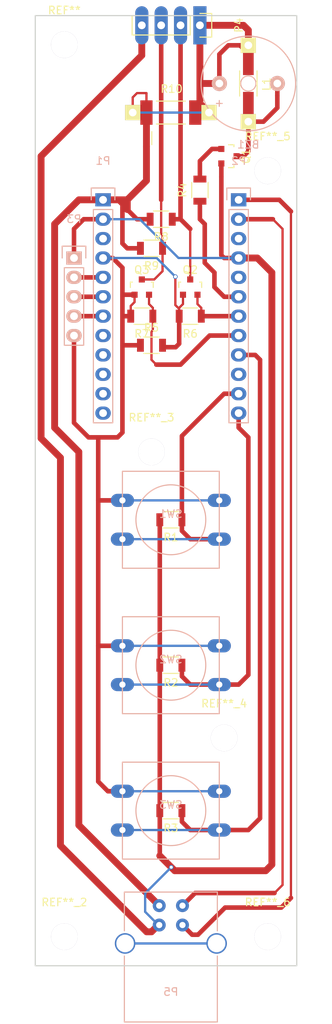
<source format=kicad_pcb>
(kicad_pcb (version 20171130) (host pcbnew "(5.1.12)-1")

  (general
    (thickness 1.6)
    (drawings 5)
    (tracks 218)
    (zones 0)
    (modules 29)
    (nets 20)
  )

  (page A4)
  (title_block
    (date 2016-12-13)
    (company "Moonbeam Interactive")
    (comment 1 "Edith Li")
    (comment 2 "Matthew Swarts")
  )

  (layers
    (0 F.Cu signal)
    (31 B.Cu signal)
    (32 B.Adhes user)
    (33 F.Adhes user hide)
    (34 B.Paste user)
    (35 F.Paste user)
    (36 B.SilkS user)
    (37 F.SilkS user)
    (38 B.Mask user)
    (39 F.Mask user)
    (40 Dwgs.User user)
    (41 Cmts.User user)
    (42 Eco1.User user)
    (43 Eco2.User user)
    (44 Edge.Cuts user)
    (45 Margin user)
    (46 B.CrtYd user)
    (47 F.CrtYd user)
    (48 B.Fab user)
    (49 F.Fab user)
  )

  (setup
    (last_trace_width 0.3)
    (user_trace_width 0.6)
    (user_trace_width 0.9)
    (trace_clearance 0.8)
    (zone_clearance 0.508)
    (zone_45_only no)
    (trace_min 0.2)
    (via_size 0.6)
    (via_drill 0.4)
    (via_min_size 0.4)
    (via_min_drill 0.3)
    (uvia_size 0.3)
    (uvia_drill 0.1)
    (uvias_allowed no)
    (uvia_min_size 0.2)
    (uvia_min_drill 0.1)
    (edge_width 0.15)
    (segment_width 0.2)
    (pcb_text_width 0.3)
    (pcb_text_size 1.5 1.5)
    (mod_edge_width 0.15)
    (mod_text_size 1 1)
    (mod_text_width 0.15)
    (pad_size 1.75 1.75)
    (pad_drill 0.8128)
    (pad_to_mask_clearance 0.2)
    (aux_axis_origin 0 0)
    (visible_elements 7FFFFFFF)
    (pcbplotparams
      (layerselection 0x01000_00000001)
      (usegerberextensions false)
      (usegerberattributes true)
      (usegerberadvancedattributes true)
      (creategerberjobfile true)
      (excludeedgelayer true)
      (linewidth 0.100000)
      (plotframeref false)
      (viasonmask false)
      (mode 1)
      (useauxorigin false)
      (hpglpennumber 1)
      (hpglpenspeed 20)
      (hpglpendiameter 15.000000)
      (psnegative false)
      (psa4output false)
      (plotreference true)
      (plotvalue true)
      (plotinvisibletext false)
      (padsonsilk false)
      (subtractmaskfromsilk false)
      (outputformat 1)
      (mirror false)
      (drillshape 0)
      (scaleselection 1)
      (outputdirectory "gerbers/"))
  )

  (net 0 "")
  (net 1 GND)
  (net 2 A2)
  (net 3 A1)
  (net 4 A3)
  (net 5 "Net-(P5-Pad5)")
  (net 6 V50)
  (net 7 "Net-(BZ1-Pad2)")
  (net 8 V33)
  (net 9 "TX(Weapon)")
  (net 10 "RX(Weapon)")
  (net 11 D3)
  (net 12 D4)
  (net 13 D5)
  (net 14 D6)
  (net 15 CLOCK_IN)
  (net 16 DATA_IN)
  (net 17 "Net-(Q1-Pad1)")
  (net 18 D8)
  (net 19 D9)

  (net_class Default "This is the default net class."
    (clearance 0.8)
    (trace_width 0.3)
    (via_dia 0.6)
    (via_drill 0.4)
    (uvia_dia 0.3)
    (uvia_drill 0.1)
    (add_net A1)
    (add_net A2)
    (add_net A3)
    (add_net CLOCK_IN)
    (add_net D3)
    (add_net D4)
    (add_net D5)
    (add_net D6)
    (add_net D8)
    (add_net D9)
    (add_net DATA_IN)
    (add_net GND)
    (add_net "Net-(BZ1-Pad2)")
    (add_net "Net-(P5-Pad5)")
    (add_net "Net-(Q1-Pad1)")
    (add_net "RX(Weapon)")
    (add_net "TX(Weapon)")
    (add_net V33)
    (add_net V50)
  )

  (module Mounting_Holes:MountingHole_3-5mm (layer F.Cu) (tedit 0) (tstamp 5855827C)
    (at 123.19 156.21)
    (descr "Mounting hole, Befestigungsbohrung, 3,5mm, No Annular, Kein Restring,")
    (tags "Mounting hole, Befestigungsbohrung, 3,5mm, No Annular, Kein Restring,")
    (fp_text reference REF**_6 (at 0 -4.50088) (layer F.SilkS)
      (effects (font (size 1 1) (thickness 0.15)))
    )
    (fp_text value MountingHole_3-5mm (at 0 5.00126) (layer F.Fab)
      (effects (font (size 1 1) (thickness 0.15)))
    )
    (fp_circle (center 0 0) (end 3.5 0) (layer Cmts.User) (width 0.381))
    (pad 1 thru_hole circle (at 0 0) (size 3.5 3.5) (drill 3.5) (layers *.Cu *.Mask))
  )

  (module Mounting_Holes:MountingHole_3-5mm (layer F.Cu) (tedit 0) (tstamp 58558275)
    (at 123.19 55.88)
    (descr "Mounting hole, Befestigungsbohrung, 3,5mm, No Annular, Kein Restring,")
    (tags "Mounting hole, Befestigungsbohrung, 3,5mm, No Annular, Kein Restring,")
    (fp_text reference REF**_5 (at 0 -4.50088) (layer F.SilkS)
      (effects (font (size 1 1) (thickness 0.15)))
    )
    (fp_text value MountingHole_3-5mm (at 0 5.00126) (layer F.Fab)
      (effects (font (size 1 1) (thickness 0.15)))
    )
    (fp_circle (center 0 0) (end 3.5 0) (layer Cmts.User) (width 0.381))
    (pad 1 thru_hole circle (at 0 0) (size 3.5 3.5) (drill 3.5) (layers *.Cu *.Mask))
  )

  (module Mounting_Holes:MountingHole_3-5mm (layer F.Cu) (tedit 0) (tstamp 5855825B)
    (at 117.475 130.175)
    (descr "Mounting hole, Befestigungsbohrung, 3,5mm, No Annular, Kein Restring,")
    (tags "Mounting hole, Befestigungsbohrung, 3,5mm, No Annular, Kein Restring,")
    (fp_text reference REF**_4 (at 0 -4.50088) (layer F.SilkS)
      (effects (font (size 1 1) (thickness 0.15)))
    )
    (fp_text value MountingHole_3-5mm (at 0 5.00126) (layer F.Fab)
      (effects (font (size 1 1) (thickness 0.15)))
    )
    (fp_circle (center 0 0) (end 3.5 0) (layer Cmts.User) (width 0.381))
    (pad 1 thru_hole circle (at 0 0) (size 3.5 3.5) (drill 3.5) (layers *.Cu *.Mask))
  )

  (module Mounting_Holes:MountingHole_3-5mm (layer F.Cu) (tedit 0) (tstamp 58558255)
    (at 107.95 92.71)
    (descr "Mounting hole, Befestigungsbohrung, 3,5mm, No Annular, Kein Restring,")
    (tags "Mounting hole, Befestigungsbohrung, 3,5mm, No Annular, Kein Restring,")
    (fp_text reference REF**_3 (at 0 -4.50088) (layer F.SilkS)
      (effects (font (size 1 1) (thickness 0.15)))
    )
    (fp_text value MountingHole_3-5mm (at 0 5.00126) (layer F.Fab)
      (effects (font (size 1 1) (thickness 0.15)))
    )
    (fp_circle (center 0 0) (end 3.5 0) (layer Cmts.User) (width 0.381))
    (pad 1 thru_hole circle (at 0 0) (size 3.5 3.5) (drill 3.5) (layers *.Cu *.Mask))
  )

  (module Mounting_Holes:MountingHole_3-5mm (layer F.Cu) (tedit 0) (tstamp 5855824E)
    (at 96.52 156.21)
    (descr "Mounting hole, Befestigungsbohrung, 3,5mm, No Annular, Kein Restring,")
    (tags "Mounting hole, Befestigungsbohrung, 3,5mm, No Annular, Kein Restring,")
    (fp_text reference REF**_2 (at 0 -4.50088) (layer F.SilkS)
      (effects (font (size 1 1) (thickness 0.15)))
    )
    (fp_text value MountingHole_3-5mm (at 0 5.00126) (layer F.Fab)
      (effects (font (size 1 1) (thickness 0.15)))
    )
    (fp_circle (center 0 0) (end 3.5 0) (layer Cmts.User) (width 0.381))
    (pad 1 thru_hole circle (at 0 0) (size 3.5 3.5) (drill 3.5) (layers *.Cu *.Mask))
  )

  (module Buttons_Switches_ThroughHole:SW_PUSH-12mm (layer B.Cu) (tedit 53FD9538) (tstamp 584646D3)
    (at 110.49 101.6 180)
    (path /58406ACB)
    (fp_text reference SW1 (at 0 0.762 180) (layer B.SilkS)
      (effects (font (size 1 1) (thickness 0.15)) (justify mirror))
    )
    (fp_text value SW_PUSH_R (at 0 -1.016 180) (layer B.Fab)
      (effects (font (size 1 1) (thickness 0.15)) (justify mirror))
    )
    (fp_line (start -6.35 -6.35) (end -6.35 6.35) (layer B.SilkS) (width 0.15))
    (fp_line (start 6.35 -6.35) (end -6.35 -6.35) (layer B.SilkS) (width 0.15))
    (fp_line (start 6.35 6.35) (end 6.35 -6.35) (layer B.SilkS) (width 0.15))
    (fp_line (start -6.35 6.35) (end 6.35 6.35) (layer B.SilkS) (width 0.15))
    (fp_circle (center 0 0) (end 3.81 -2.54) (layer B.SilkS) (width 0.15))
    (pad 1 thru_hole oval (at 6.35 2.54 180) (size 3.048 1.7272) (drill 0.8128) (layers *.Cu *.Mask)
      (net 8 V33))
    (pad 2 thru_hole oval (at 6.35 -2.54 180) (size 3.048 1.7272) (drill 0.8128) (layers *.Cu *.Mask)
      (net 18 D8))
    (pad 1 thru_hole oval (at -6.35 2.54 180) (size 3.048 1.7272) (drill 0.8128) (layers *.Cu *.Mask)
      (net 8 V33))
    (pad 2 thru_hole oval (at -6.35 -2.54 180) (size 3.048 1.7272) (drill 0.8128) (layers *.Cu *.Mask)
      (net 18 D8))
    (model Buttons_Switches_ThroughHole.3dshapes/SW_PUSH-12mm.wrl
      (at (xyz 0 0 0))
      (scale (xyz 4 4 4))
      (rotate (xyz 0 0 0))
    )
  )

  (module Connect:USB_B (layer B.Cu) (tedit 584FD931) (tstamp 5849AD49)
    (at 109.22 152.4 270)
    (descr "USB B connector")
    (tags "USB_B USB_DEV")
    (path /5849FBDE)
    (fp_text reference P5 (at 11.049 -1.27 180) (layer B.SilkS)
      (effects (font (size 1 1) (thickness 0.15)) (justify mirror))
    )
    (fp_text value USB_B (at 4.699 -1.27 180) (layer B.Fab)
      (effects (font (size 1 1) (thickness 0.15)) (justify mirror))
    )
    (fp_line (start -2.032 -7.366) (end -2.032 4.826) (layer B.SilkS) (width 0.15))
    (fp_line (start 14.986 4.826) (end 14.986 -7.366) (layer B.SilkS) (width 0.15))
    (fp_line (start -2.032 4.826) (end 3.048 4.826) (layer B.SilkS) (width 0.15))
    (fp_line (start 6.35 4.826) (end 14.986 4.826) (layer B.SilkS) (width 0.15))
    (fp_line (start -2.032 -7.366) (end 3.048 -7.366) (layer B.SilkS) (width 0.15))
    (fp_line (start 6.35 -7.366) (end 14.986 -7.366) (layer B.SilkS) (width 0.15))
    (fp_line (start 15.25 6.35) (end 15.25 -8.9) (layer B.CrtYd) (width 0.05))
    (fp_line (start -2.3 6.35) (end 15.25 6.35) (layer B.CrtYd) (width 0.05))
    (fp_line (start -2.3 -8.9) (end -2.3 6.35) (layer B.CrtYd) (width 0.05))
    (fp_line (start 15.25 -8.9) (end -2.3 -8.9) (layer B.CrtYd) (width 0.05))
    (pad 2 thru_hole circle (at -0.254 -2.794) (size 1.7 1.7) (drill 0.8128) (layers *.Cu *.Mask)
      (net 10 "RX(Weapon)"))
    (pad 1 thru_hole circle (at -0.254 0.254) (size 1.7 1.7) (drill 0.8128) (layers *.Cu *.Mask)
      (net 6 V50))
    (pad 4 thru_hole circle (at 2.286 0.254) (size 1.7 1.7) (drill 0.8128) (layers *.Cu *.Mask)
      (net 1 GND))
    (pad 3 thru_hole circle (at 2.286 -2.794) (size 1.7 1.7) (drill 0.8128) (layers *.Cu *.Mask)
      (net 9 "TX(Weapon)"))
    (pad 5 thru_hole circle (at 4.699 -7.26948) (size 2.70002 2.70002) (drill 2.30124) (layers *.Cu *.Mask)
      (net 5 "Net-(P5-Pad5)"))
    (pad 5 thru_hole circle (at 4.699 4.72948) (size 2.70002 2.70002) (drill 2.30124) (layers *.Cu *.Mask)
      (net 5 "Net-(P5-Pad5)"))
    (model Connect.3dshapes/USB_B.wrl
      (offset (xyz 4.6989999294281 -1.269999980926514 0.02539999961853028))
      (scale (xyz 0.3937 0.3937 0.3937))
      (rotate (xyz 0 0 -90))
    )
  )

  (module Pin_Headers:Pin_Header_Straight_1x12 (layer B.Cu) (tedit 0) (tstamp 58464675)
    (at 101.6 59.69 180)
    (descr "Through hole pin header")
    (tags "pin header")
    (path /5834738F)
    (fp_text reference P1 (at 0 5.1 180) (layer B.SilkS)
      (effects (font (size 1 1) (thickness 0.15)) (justify mirror))
    )
    (fp_text value CONN_01X12 (at 0 3.1 180) (layer B.Fab)
      (effects (font (size 1 1) (thickness 0.15)) (justify mirror))
    )
    (fp_line (start -1.55 1.55) (end 1.55 1.55) (layer B.SilkS) (width 0.15))
    (fp_line (start -1.55 0) (end -1.55 1.55) (layer B.SilkS) (width 0.15))
    (fp_line (start 1.27 -1.27) (end -1.27 -1.27) (layer B.SilkS) (width 0.15))
    (fp_line (start 1.55 1.55) (end 1.55 0) (layer B.SilkS) (width 0.15))
    (fp_line (start -1.27 -29.21) (end -1.27 -1.27) (layer B.SilkS) (width 0.15))
    (fp_line (start 1.27 -29.21) (end -1.27 -29.21) (layer B.SilkS) (width 0.15))
    (fp_line (start 1.27 -1.27) (end 1.27 -29.21) (layer B.SilkS) (width 0.15))
    (fp_line (start -1.75 -29.7) (end 1.75 -29.7) (layer B.CrtYd) (width 0.05))
    (fp_line (start -1.75 1.75) (end 1.75 1.75) (layer B.CrtYd) (width 0.05))
    (fp_line (start 1.75 1.75) (end 1.75 -29.7) (layer B.CrtYd) (width 0.05))
    (fp_line (start -1.75 1.75) (end -1.75 -29.7) (layer B.CrtYd) (width 0.05))
    (pad 1 thru_hole rect (at 0 0 180) (size 2.032 1.7272) (drill 1.016) (layers *.Cu *.Mask)
      (net 6 V50))
    (pad 2 thru_hole oval (at 0 -2.54 180) (size 2.032 1.7272) (drill 1.016) (layers *.Cu *.Mask)
      (net 1 GND))
    (pad 3 thru_hole oval (at 0 -5.08 180) (size 2.032 1.7272) (drill 1.016) (layers *.Cu *.Mask))
    (pad 4 thru_hole oval (at 0 -7.62 180) (size 2.032 1.7272) (drill 1.016) (layers *.Cu *.Mask)
      (net 8 V33))
    (pad 5 thru_hole oval (at 0 -10.16 180) (size 2.032 1.7272) (drill 1.016) (layers *.Cu *.Mask)
      (net 4 A3))
    (pad 6 thru_hole oval (at 0 -12.7 180) (size 2.032 1.7272) (drill 1.016) (layers *.Cu *.Mask)
      (net 2 A2))
    (pad 7 thru_hole oval (at 0 -15.24 180) (size 2.032 1.7272) (drill 1.016) (layers *.Cu *.Mask)
      (net 3 A1))
    (pad 8 thru_hole oval (at 0 -17.78 180) (size 2.032 1.7272) (drill 1.016) (layers *.Cu *.Mask))
    (pad 9 thru_hole oval (at 0 -20.32 180) (size 2.032 1.7272) (drill 1.016) (layers *.Cu *.Mask))
    (pad 10 thru_hole oval (at 0 -22.86 180) (size 2.032 1.7272) (drill 1.016) (layers *.Cu *.Mask))
    (pad 11 thru_hole oval (at 0 -25.4 180) (size 2.032 1.7272) (drill 1.016) (layers *.Cu *.Mask))
    (pad 12 thru_hole oval (at 0 -27.94 180) (size 2.032 1.7272) (drill 1.016) (layers *.Cu *.Mask))
    (model Pin_Headers.3dshapes/Pin_Header_Straight_1x12.wrl
      (offset (xyz 0 -13.96999979019165 0))
      (scale (xyz 1 1 1))
      (rotate (xyz 0 0 90))
    )
  )

  (module Pin_Headers:Pin_Header_Straight_1x12 (layer B.Cu) (tedit 0) (tstamp 58464685)
    (at 119.38 59.69 180)
    (descr "Through hole pin header")
    (tags "pin header")
    (path /58347303)
    (fp_text reference P2 (at 0 5.1 180) (layer B.SilkS)
      (effects (font (size 1 1) (thickness 0.15)) (justify mirror))
    )
    (fp_text value CONN_01X12 (at 0 3.1 180) (layer B.Fab)
      (effects (font (size 1 1) (thickness 0.15)) (justify mirror))
    )
    (fp_line (start -1.55 1.55) (end 1.55 1.55) (layer B.SilkS) (width 0.15))
    (fp_line (start -1.55 0) (end -1.55 1.55) (layer B.SilkS) (width 0.15))
    (fp_line (start 1.27 -1.27) (end -1.27 -1.27) (layer B.SilkS) (width 0.15))
    (fp_line (start 1.55 1.55) (end 1.55 0) (layer B.SilkS) (width 0.15))
    (fp_line (start -1.27 -29.21) (end -1.27 -1.27) (layer B.SilkS) (width 0.15))
    (fp_line (start 1.27 -29.21) (end -1.27 -29.21) (layer B.SilkS) (width 0.15))
    (fp_line (start 1.27 -1.27) (end 1.27 -29.21) (layer B.SilkS) (width 0.15))
    (fp_line (start -1.75 -29.7) (end 1.75 -29.7) (layer B.CrtYd) (width 0.05))
    (fp_line (start -1.75 1.75) (end 1.75 1.75) (layer B.CrtYd) (width 0.05))
    (fp_line (start 1.75 1.75) (end 1.75 -29.7) (layer B.CrtYd) (width 0.05))
    (fp_line (start -1.75 1.75) (end -1.75 -29.7) (layer B.CrtYd) (width 0.05))
    (pad 1 thru_hole rect (at 0 0 180) (size 2.032 1.7272) (drill 1.016) (layers *.Cu *.Mask)
      (net 9 "TX(Weapon)"))
    (pad 2 thru_hole oval (at 0 -2.54 180) (size 2.032 1.7272) (drill 1.016) (layers *.Cu *.Mask)
      (net 10 "RX(Weapon)"))
    (pad 3 thru_hole oval (at 0 -5.08 180) (size 2.032 1.7272) (drill 1.016) (layers *.Cu *.Mask))
    (pad 4 thru_hole oval (at 0 -7.62 180) (size 2.032 1.7272) (drill 1.016) (layers *.Cu *.Mask)
      (net 1 GND))
    (pad 5 thru_hole oval (at 0 -10.16 180) (size 2.032 1.7272) (drill 1.016) (layers *.Cu *.Mask))
    (pad 6 thru_hole oval (at 0 -12.7 180) (size 2.032 1.7272) (drill 1.016) (layers *.Cu *.Mask)
      (net 11 D3))
    (pad 7 thru_hole oval (at 0 -15.24 180) (size 2.032 1.7272) (drill 1.016) (layers *.Cu *.Mask)
      (net 12 D4))
    (pad 8 thru_hole oval (at 0 -17.78 180) (size 2.032 1.7272) (drill 1.016) (layers *.Cu *.Mask)
      (net 13 D5))
    (pad 9 thru_hole oval (at 0 -20.32 180) (size 2.032 1.7272) (drill 1.016) (layers *.Cu *.Mask)
      (net 14 D6))
    (pad 10 thru_hole oval (at 0 -22.86 180) (size 2.032 1.7272) (drill 1.016) (layers *.Cu *.Mask))
    (pad 11 thru_hole oval (at 0 -25.4 180) (size 2.032 1.7272) (drill 1.016) (layers *.Cu *.Mask)
      (net 18 D8))
    (pad 12 thru_hole oval (at 0 -27.94 180) (size 2.032 1.7272) (drill 1.016) (layers *.Cu *.Mask)
      (net 19 D9))
    (model Pin_Headers.3dshapes/Pin_Header_Straight_1x12.wrl
      (offset (xyz 0 -13.96999979019165 0))
      (scale (xyz 1 1 1))
      (rotate (xyz 0 0 90))
    )
  )

  (module Pin_Headers:Pin_Header_Straight_1x04 (layer F.Cu) (tedit 584F47B6) (tstamp 58464696)
    (at 114.3 36.83 270)
    (descr "Through hole pin header")
    (tags "pin header")
    (path /5840776A)
    (fp_text reference P4 (at 0 -5.1 270) (layer F.SilkS)
      (effects (font (size 1 1) (thickness 0.15)))
    )
    (fp_text value DOTSTAR (at 0 -3.1 270) (layer F.Fab)
      (effects (font (size 1 1) (thickness 0.15)))
    )
    (fp_line (start -1.55 -1.55) (end 1.55 -1.55) (layer F.SilkS) (width 0.15))
    (fp_line (start -1.55 0) (end -1.55 -1.55) (layer F.SilkS) (width 0.15))
    (fp_line (start 1.27 1.27) (end -1.27 1.27) (layer F.SilkS) (width 0.15))
    (fp_line (start -1.27 8.89) (end 1.27 8.89) (layer F.SilkS) (width 0.15))
    (fp_line (start 1.55 -1.55) (end 1.55 0) (layer F.SilkS) (width 0.15))
    (fp_line (start 1.27 1.27) (end 1.27 8.89) (layer F.SilkS) (width 0.15))
    (fp_line (start -1.27 1.27) (end -1.27 8.89) (layer F.SilkS) (width 0.15))
    (fp_line (start -1.75 9.4) (end 1.75 9.4) (layer F.CrtYd) (width 0.05))
    (fp_line (start -1.75 -1.75) (end 1.75 -1.75) (layer F.CrtYd) (width 0.05))
    (fp_line (start 1.75 -1.75) (end 1.75 9.4) (layer F.CrtYd) (width 0.05))
    (fp_line (start -1.75 -1.75) (end -1.75 9.4) (layer F.CrtYd) (width 0.05))
    (pad 1 thru_hole rect (at 0 0 270) (size 5 1.7272) (drill 1.016) (layers *.Cu *.Mask)
      (net 6 V50))
    (pad 2 thru_hole oval (at 0 2.54 270) (size 5 1.7272) (drill 1.016) (layers *.Cu *.Mask)
      (net 15 CLOCK_IN))
    (pad 3 thru_hole oval (at 0 5.08 270) (size 5 1.7272) (drill 1.016) (layers *.Cu *.Mask)
      (net 16 DATA_IN))
    (pad 4 thru_hole oval (at 0 7.62 270) (size 5 1.7272) (drill 1.016) (layers *.Cu *.Mask)
      (net 1 GND))
    (model Pin_Headers.3dshapes/Pin_Header_Straight_1x04.wrl
      (offset (xyz 0 -3.809999942779541 0))
      (scale (xyz 1 1 1))
      (rotate (xyz 0 0 90))
    )
  )

  (module Buttons_Switches_ThroughHole:SW_PUSH-12mm (layer B.Cu) (tedit 53FD9538) (tstamp 584646)
    (at 110.49 120.65 180)
    (path /58406D67)
    (fp_text reference SW2 (at 0 0.762 180) (layer B.SilkS)
      (effects (font (size 1 1) (thickness 0.15)) (justify mirror))
    )
    (fp_text value SW_PUSH_G (at 0 -1.016 180) (layer B.Fab)
      (effects (font (size 1 1) (thickness 0.15)) (justify mirror))
    )
    (fp_line (start -6.35 -6.35) (end -6.35 6.35) (layer B.SilkS) (width 0.15))
    (fp_line (start 6.35 -6.35) (end -6.35 -6.35) (layer B.SilkS) (width 0.15))
    (fp_line (start 6.35 6.35) (end 6.35 -6.35) (layer B.SilkS) (width 0.15))
    (fp_line (start -6.35 6.35) (end 6.35 6.35) (layer B.SilkS) (width 0.15))
    (fp_circle (center 0 0) (end 3.81 -2.54) (layer B.SilkS) (width 0.15))
    (pad 1 thru_hole oval (at 6.35 2.54 180) (size 3.048 1.7272) (drill 0.8128) (layers *.Cu *.Mask)
      (net 8 V33))
    (pad 2 thru_hole oval (at 6.35 -2.54 180) (size 3.048 1.7272) (drill 0.8128) (layers *.Cu *.Mask)
      (net 19 D9))
    (pad 1 thru_hole oval (at -6.35 2.54 180) (size 3.048 1.7272) (drill 0.8128) (layers *.Cu *.Mask)
      (net 8 V33))
    (pad 2 thru_hole oval (at -6.35 -2.54 180) (size 3.048 1.7272) (drill 0.8128) (layers *.Cu *.Mask)
      (net 19 D9))
    (model Buttons_Switches_ThroughHole.3dshapes/SW_PUSH-12mm.wrl
      (at (xyz 0 0 0))
      (scale (xyz 4 4 4))
      (rotate (xyz 0 0 0))
    )
  )

  (module Buttons_Switches_ThroughHole:SW_PUSH-12mm (layer B.Cu) (tedit 53FD9538) (tstamp 584646ED)
    (at 110.49 139.7 180)
    (path /58406E44)
    (fp_text reference SW3 (at 0 0.762 180) (layer B.SilkS)
      (effects (font (size 1 1) (thickness 0.15)) (justify mirror))
    )
    (fp_text value SW_PUSH_B (at 0 -1.016 180) (layer B.Fab)
      (effects (font (size 1 1) (thickness 0.15)) (justify mirror))
    )
    (fp_line (start -6.35 -6.35) (end -6.35 6.35) (layer B.SilkS) (width 0.15))
    (fp_line (start 6.35 -6.35) (end -6.35 -6.35) (layer B.SilkS) (width 0.15))
    (fp_line (start 6.35 6.35) (end 6.35 -6.35) (layer B.SilkS) (width 0.15))
    (fp_line (start -6.35 6.35) (end 6.35 6.35) (layer B.SilkS) (width 0.15))
    (fp_circle (center 0 0) (end 3.81 -2.54) (layer B.SilkS) (width 0.15))
    (pad 1 thru_hole oval (at 6.35 2.54 180) (size 3.048 1.7272) (drill 0.8128) (layers *.Cu *.Mask)
      (net 8 V33))
    (pad 2 thru_hole oval (at 6.35 -2.54 180) (size 3.048 1.7272) (drill 0.8128) (layers *.Cu *.Mask)
      (net 14 D6))
    (pad 1 thru_hole oval (at -6.35 2.54 180) (size 3.048 1.7272) (drill 0.8128) (layers *.Cu *.Mask)
      (net 8 V33))
    (pad 2 thru_hole oval (at -6.35 -2.54 180) (size 3.048 1.7272) (drill 0.8128) (layers *.Cu *.Mask)
      (net 14 D6))
    (model Buttons_Switches_ThroughHole.3dshapes/SW_PUSH-12mm.wrl
      (at (xyz 0 0 0))
      (scale (xyz 4 4 4))
      (rotate (xyz 0 0 0))
    )
  )

  (module Resistors_Universal:Resistor_SMD+THTuniversal_1206_RM10_HandSoldering (layer F.Cu) (tedit 0) (tstamp 584F4487)
    (at 120.65 44.45 270)
    (descr "Resistor, SMD+THT, universal, 1206, RM10, HandSoldering,")
    (tags "Resistor, SMD+THT, universal, 1206, RM10, Hand soldering,")
    (path /584F8F79)
    (fp_text reference L1 (at 0.09906 -2.4003 270) (layer F.SilkS)
      (effects (font (size 1 1) (thickness 0.15)))
    )
    (fp_text value INDUCTOR_SMALL (at 2.70002 2.70002 270) (layer F.Fab)
      (effects (font (size 1 1) (thickness 0.15)))
    )
    (fp_line (start 0 -1.143) (end 1.651 -1.143) (layer F.SilkS) (width 0.15))
    (fp_line (start 0 -1.143) (end -1.651 -1.143) (layer F.SilkS) (width 0.15))
    (fp_line (start 1.651 1.143) (end -1.651 1.143) (layer F.SilkS) (width 0.15))
    (pad 1 smd rect (at -2.60096 0 270) (size 2.99974 1.39954) (layers F.Cu F.Paste F.Mask)
      (net 6 V50))
    (pad 2 smd rect (at 2.60096 0 270) (size 2.99974 1.39954) (layers F.Cu F.Paste F.Mask)
      (net 7 "Net-(BZ1-Pad2)"))
    (pad 1 thru_hole rect (at -5.00126 0 270) (size 1.99898 1.99898) (drill 1.00076) (layers *.Cu *.Mask F.SilkS)
      (net 6 V50))
    (pad 2 thru_hole rect (at 5.00126 0 270) (size 1.99898 1.99898) (drill 1.00076) (layers *.Cu *.Mask F.SilkS)
      (net 7 "Net-(BZ1-Pad2)"))
  )

  (module Pin_Headers:Pin_Header_Straight_1x05 (layer B.Cu) (tedit 54EA0684) (tstamp 584F4490)
    (at 97.79 67.31 180)
    (descr "Through hole pin header")
    (tags "pin header")
    (path /5840678B)
    (fp_text reference P3 (at 0 5.1 180) (layer B.SilkS)
      (effects (font (size 1 1) (thickness 0.15)) (justify mirror))
    )
    (fp_text value GYRO (at 0 3.1 180) (layer B.Fab)
      (effects (font (size 1 1) (thickness 0.15)) (justify mirror))
    )
    (fp_line (start 1.27 -1.27) (end -1.27 -1.27) (layer B.SilkS) (width 0.15))
    (fp_line (start -1.27 -11.43) (end -1.27 -1.27) (layer B.SilkS) (width 0.15))
    (fp_line (start 1.27 -11.43) (end -1.27 -11.43) (layer B.SilkS) (width 0.15))
    (fp_line (start 1.27 -1.27) (end 1.27 -11.43) (layer B.SilkS) (width 0.15))
    (fp_line (start -1.75 -11.95) (end 1.75 -11.95) (layer B.CrtYd) (width 0.05))
    (fp_line (start -1.75 1.75) (end 1.75 1.75) (layer B.CrtYd) (width 0.05))
    (fp_line (start 1.75 1.75) (end 1.75 -11.95) (layer B.CrtYd) (width 0.05))
    (fp_line (start -1.75 1.75) (end -1.75 -11.95) (layer B.CrtYd) (width 0.05))
    (fp_line (start 1.55 1.55) (end 1.55 0) (layer B.SilkS) (width 0.15))
    (fp_line (start -1.55 1.55) (end 1.55 1.55) (layer B.SilkS) (width 0.15))
    (fp_line (start -1.55 0) (end -1.55 1.55) (layer B.SilkS) (width 0.15))
    (pad 1 thru_hole rect (at 0 0 180) (size 2.032 1.7272) (drill 1.016) (layers *.Cu *.Mask B.SilkS)
      (net 1 GND))
    (pad 2 thru_hole oval (at 0 -2.54 180) (size 2.032 1.7272) (drill 1.016) (layers *.Cu *.Mask B.SilkS)
      (net 4 A3))
    (pad 3 thru_hole oval (at 0 -5.08 180) (size 2.032 1.7272) (drill 1.016) (layers *.Cu *.Mask B.SilkS)
      (net 2 A2))
    (pad 4 thru_hole oval (at 0 -7.62 180) (size 2.032 1.7272) (drill 1.016) (layers *.Cu *.Mask B.SilkS)
      (net 3 A1))
    (pad 5 thru_hole oval (at 0 -10.16 180) (size 2.032 1.7272) (drill 1.016) (layers *.Cu *.Mask B.SilkS)
      (net 8 V33))
    (model Pin_Headers.3dshapes/Pin_Header_Straight_1x05.wrl
      (offset (xyz 0 -5.079999923706055 0))
      (scale (xyz 1 1 1))
      (rotate (xyz 0 0 90))
    )
  )

  (module TO_SOT_Packages_SMD:SOT-23 (layer F.Cu) (tedit 553634F8) (tstamp 584F4497)
    (at 118.11 53.975 270)
    (descr "SOT-23, Standard")
    (tags SOT-23)
    (path /584F8ECD)
    (attr smd)
    (fp_text reference Q1 (at 0 -2.25 270) (layer F.SilkS)
      (effects (font (size 1 1) (thickness 0.15)))
    )
    (fp_text value MMBT3904 (at 0 2.3 270) (layer F.Fab)
      (effects (font (size 1 1) (thickness 0.15)))
    )
    (fp_line (start 1.49982 -0.65024) (end 1.49982 0.0508) (layer F.SilkS) (width 0.15))
    (fp_line (start 1.29916 -0.65024) (end 1.49982 -0.65024) (layer F.SilkS) (width 0.15))
    (fp_line (start -1.49982 -0.65024) (end -1.2509 -0.65024) (layer F.SilkS) (width 0.15))
    (fp_line (start -1.49982 0.0508) (end -1.49982 -0.65024) (layer F.SilkS) (width 0.15))
    (fp_line (start 1.29916 -0.65024) (end 1.2509 -0.65024) (layer F.SilkS) (width 0.15))
    (fp_line (start -1.65 1.6) (end -1.65 -1.6) (layer F.CrtYd) (width 0.05))
    (fp_line (start 1.65 1.6) (end -1.65 1.6) (layer F.CrtYd) (width 0.05))
    (fp_line (start 1.65 -1.6) (end 1.65 1.6) (layer F.CrtYd) (width 0.05))
    (fp_line (start -1.65 -1.6) (end 1.65 -1.6) (layer F.CrtYd) (width 0.05))
    (pad 1 smd rect (at -0.95 1.00076 270) (size 0.8001 0.8001) (layers F.Cu F.Paste F.Mask)
      (net 17 "Net-(Q1-Pad1)"))
    (pad 2 smd rect (at 0.95 1.00076 270) (size 0.8001 0.8001) (layers F.Cu F.Paste F.Mask)
      (net 1 GND))
    (pad 3 smd rect (at 0 -0.99822 270) (size 0.8001 0.8001) (layers F.Cu F.Paste F.Mask)
      (net 7 "Net-(BZ1-Pad2)"))
    (model TO_SOT_Packages_SMD.3dshapes/SOT-23.wrl
      (at (xyz 0 0 0))
      (scale (xyz 1 1 1))
      (rotate (xyz 0 0 0))
    )
  )

  (module TO_SOT_Packages_SMD:SOT-23 (layer F.Cu) (tedit 553634F8) (tstamp 584F449E)
    (at 113.03 71.12)
    (descr "SOT-23, Standard")
    (tags SOT-23)
    (path /584FBA98)
    (attr smd)
    (fp_text reference Q2 (at 0 -2.25) (layer F.SilkS)
      (effects (font (size 1 1) (thickness 0.15)))
    )
    (fp_text value BSS138 (at 0 2.3) (layer F.Fab)
      (effects (font (size 1 1) (thickness 0.15)))
    )
    (fp_line (start 1.49982 -0.65024) (end 1.49982 0.0508) (layer F.SilkS) (width 0.15))
    (fp_line (start 1.29916 -0.65024) (end 1.49982 -0.65024) (layer F.SilkS) (width 0.15))
    (fp_line (start -1.49982 -0.65024) (end -1.2509 -0.65024) (layer F.SilkS) (width 0.15))
    (fp_line (start -1.49982 0.0508) (end -1.49982 -0.65024) (layer F.SilkS) (width 0.15))
    (fp_line (start 1.29916 -0.65024) (end 1.2509 -0.65024) (layer F.SilkS) (width 0.15))
    (fp_line (start -1.65 1.6) (end -1.65 -1.6) (layer F.CrtYd) (width 0.05))
    (fp_line (start 1.65 1.6) (end -1.65 1.6) (layer F.CrtYd) (width 0.05))
    (fp_line (start 1.65 -1.6) (end 1.65 1.6) (layer F.CrtYd) (width 0.05))
    (fp_line (start -1.65 -1.6) (end 1.65 -1.6) (layer F.CrtYd) (width 0.05))
    (pad 1 smd rect (at -0.95 1.00076) (size 0.8001 0.8001) (layers F.Cu F.Paste F.Mask)
      (net 8 V33))
    (pad 2 smd rect (at 0.95 1.00076) (size 0.8001 0.8001) (layers F.Cu F.Paste F.Mask)
      (net 12 D4))
    (pad 3 smd rect (at 0 -0.99822) (size 0.8001 0.8001) (layers F.Cu F.Paste F.Mask)
      (net 15 CLOCK_IN))
    (model TO_SOT_Packages_SMD.3dshapes/SOT-23.wrl
      (at (xyz 0 0 0))
      (scale (xyz 1 1 1))
      (rotate (xyz 0 0 0))
    )
  )

  (module TO_SOT_Packages_SMD:SOT-23 (layer F.Cu) (tedit 553634F8) (tstamp 584F44A5)
    (at 106.68 71.12)
    (descr "SOT-23, Standard")
    (tags SOT-23)
    (path /584FDBF0)
    (attr smd)
    (fp_text reference Q3 (at 0 -2.25) (layer F.SilkS)
      (effects (font (size 1 1) (thickness 0.15)))
    )
    (fp_text value BSS138 (at 0 2.3) (layer F.Fab)
      (effects (font (size 1 1) (thickness 0.15)))
    )
    (fp_line (start 1.49982 -0.65024) (end 1.49982 0.0508) (layer F.SilkS) (width 0.15))
    (fp_line (start 1.29916 -0.65024) (end 1.49982 -0.65024) (layer F.SilkS) (width 0.15))
    (fp_line (start -1.49982 -0.65024) (end -1.2509 -0.65024) (layer F.SilkS) (width 0.15))
    (fp_line (start -1.49982 0.0508) (end -1.49982 -0.65024) (layer F.SilkS) (width 0.15))
    (fp_line (start 1.29916 -0.65024) (end 1.2509 -0.65024) (layer F.SilkS) (width 0.15))
    (fp_line (start -1.65 1.6) (end -1.65 -1.6) (layer F.CrtYd) (width 0.05))
    (fp_line (start 1.65 1.6) (end -1.65 1.6) (layer F.CrtYd) (width 0.05))
    (fp_line (start 1.65 -1.6) (end 1.65 1.6) (layer F.CrtYd) (width 0.05))
    (fp_line (start -1.65 -1.6) (end 1.65 -1.6) (layer F.CrtYd) (width 0.05))
    (pad 1 smd rect (at -0.95 1.00076) (size 0.8001 0.8001) (layers F.Cu F.Paste F.Mask)
      (net 8 V33))
    (pad 2 smd rect (at 0.95 1.00076) (size 0.8001 0.8001) (layers F.Cu F.Paste F.Mask)
      (net 13 D5))
    (pad 3 smd rect (at 0 -0.99822) (size 0.8001 0.8001) (layers F.Cu F.Paste F.Mask)
      (net 16 DATA_IN))
    (model TO_SOT_Packages_SMD.3dshapes/SOT-23.wrl
      (at (xyz 0 0 0))
      (scale (xyz 1 1 1))
      (rotate (xyz 0 0 0))
    )
  )

  (module Resistors_SMD:R_1206 (layer F.Cu) (tedit 5415CFA7) (tstamp 584F44A6)
    (at 110.49 101.6 180)
    (descr "Resistor SMD 1206, reflow soldering, Vishay (see dcrcw.pdf)")
    (tags "resistor 1206")
    (path /58406A0D)
    (attr smd)
    (fp_text reference R1 (at 0 -2.3 180) (layer F.SilkS)
      (effects (font (size 1 1) (thickness 0.15)))
    )
    (fp_text value 10K (at 0 2.3 180) (layer F.Fab)
      (effects (font (size 1 1) (thickness 0.15)))
    )
    (fp_line (start -1 -1.075) (end 1 -1.075) (layer F.SilkS) (width 0.15))
    (fp_line (start 1 1.075) (end -1 1.075) (layer F.SilkS) (width 0.15))
    (fp_line (start 2.2 -1.2) (end 2.2 1.2) (layer F.CrtYd) (width 0.05))
    (fp_line (start -2.2 -1.2) (end -2.2 1.2) (layer F.CrtYd) (width 0.05))
    (fp_line (start -2.2 1.2) (end 2.2 1.2) (layer F.CrtYd) (width 0.05))
    (fp_line (start -2.2 -1.2) (end 2.2 -1.2) (layer F.CrtYd) (width 0.05))
    (pad 1 smd rect (at -1.45 0 180) (size 0.9 1.7) (layers F.Cu F.Paste F.Mask)
      (net 18 D8))
    (pad 2 smd rect (at 1.45 0 180) (size 0.9 1.7) (layers F.Cu F.Paste F.Mask)
      (net 1 GND))
    (model Resistors_SMD.3dshapes/R_1206.wrl
      (at (xyz 0 0 0))
      (scale (xyz 1 1 1))
      (rotate (xyz 0 0 0))
    )
  )

  (module Resistors_SMD:R_1206 (layer F.Cu) (tedit 5415CFA7) (tstamp 584F44AB)
    (at 110.49 120.65 180)
    (descr "Resistor SMD 1206, reflow soldering, Vishay (see dcrcw.pdf)")
    (tags "resistor 1206")
    (path /58406D61)
    (attr smd)
    (fp_text reference R2 (at 0 -2.3 180) (layer F.SilkS)
      (effects (font (size 1 1) (thickness 0.15)))
    )
    (fp_text value 10K (at 0 2.3 180) (layer F.Fab)
      (effects (font (size 1 1) (thickness 0.15)))
    )
    (fp_line (start -1 -1.075) (end 1 -1.075) (layer F.SilkS) (width 0.15))
    (fp_line (start 1 1.075) (end -1 1.075) (layer F.SilkS) (width 0.15))
    (fp_line (start 2.2 -1.2) (end 2.2 1.2) (layer F.CrtYd) (width 0.05))
    (fp_line (start -2.2 -1.2) (end -2.2 1.2) (layer F.CrtYd) (width 0.05))
    (fp_line (start -2.2 1.2) (end 2.2 1.2) (layer F.CrtYd) (width 0.05))
    (fp_line (start -2.2 -1.2) (end 2.2 -1.2) (layer F.CrtYd) (width 0.05))
    (pad 1 smd rect (at -1.45 0 180) (size 0.9 1.7) (layers F.Cu F.Paste F.Mask)
      (net 19 D9))
    (pad 2 smd rect (at 1.45 0 180) (size 0.9 1.7) (layers F.Cu F.Paste F.Mask)
      (net 1 GND))
    (model Resistors_SMD.3dshapes/R_1206.wrl
      (at (xyz 0 0 0))
      (scale (xyz 1 1 1))
      (rotate (xyz 0 0 0))
    )
  )

  (module Resistors_SMD:R_1206 (layer F.Cu) (tedit 5415CFA7) (tstamp 584F44B0)
    (at 110.49 139.7 180)
    (descr "Resistor SMD 1206, reflow soldering, Vishay (see dcrcw.pdf)")
    (tags "resistor 1206")
    (path /58406E3E)
    (attr smd)
    (fp_text reference R3 (at 0 -2.3 180) (layer F.SilkS)
      (effects (font (size 1 1) (thickness 0.15)))
    )
    (fp_text value 10K (at 0 2.3 180) (layer F.Fab)
      (effects (font (size 1 1) (thickness 0.15)))
    )
    (fp_line (start -1 -1.075) (end 1 -1.075) (layer F.SilkS) (width 0.15))
    (fp_line (start 1 1.075) (end -1 1.075) (layer F.SilkS) (width 0.15))
    (fp_line (start 2.2 -1.2) (end 2.2 1.2) (layer F.CrtYd) (width 0.05))
    (fp_line (start -2.2 -1.2) (end -2.2 1.2) (layer F.CrtYd) (width 0.05))
    (fp_line (start -2.2 1.2) (end 2.2 1.2) (layer F.CrtYd) (width 0.05))
    (fp_line (start -2.2 -1.2) (end 2.2 -1.2) (layer F.CrtYd) (width 0.05))
    (pad 1 smd rect (at -1.45 0 180) (size 0.9 1.7) (layers F.Cu F.Paste F.Mask)
      (net 14 D6))
    (pad 2 smd rect (at 1.45 0 180) (size 0.9 1.7) (layers F.Cu F.Paste F.Mask)
      (net 1 GND))
    (model Resistors_SMD.3dshapes/R_1206.wrl
      (at (xyz 0 0 0))
      (scale (xyz 1 1 1))
      (rotate (xyz 0 0 0))
    )
  )

  (module Resistors_SMD:R_1206 (layer F.Cu) (tedit 5415CFA7) (tstamp 584F44BA)
    (at 114.3 58.42 90)
    (descr "Resistor SMD 1206, reflow soldering, Vishay (see dcrcw.pdf)")
    (tags "resistor 1206")
    (path /584F9738)
    (attr smd)
    (fp_text reference R4 (at 0 -2.3 90) (layer F.SilkS)
      (effects (font (size 1 1) (thickness 0.15)))
    )
    (fp_text value 1K (at 0 2.3 90) (layer F.Fab)
      (effects (font (size 1 1) (thickness 0.15)))
    )
    (fp_line (start -1 -1.075) (end 1 -1.075) (layer F.SilkS) (width 0.15))
    (fp_line (start 1 1.075) (end -1 1.075) (layer F.SilkS) (width 0.15))
    (fp_line (start 2.2 -1.2) (end 2.2 1.2) (layer F.CrtYd) (width 0.05))
    (fp_line (start -2.2 -1.2) (end -2.2 1.2) (layer F.CrtYd) (width 0.05))
    (fp_line (start -2.2 1.2) (end 2.2 1.2) (layer F.CrtYd) (width 0.05))
    (fp_line (start -2.2 -1.2) (end 2.2 -1.2) (layer F.CrtYd) (width 0.05))
    (pad 1 smd rect (at -1.45 0 90) (size 0.9 1.7) (layers F.Cu F.Paste F.Mask)
      (net 11 D3))
    (pad 2 smd rect (at 1.45 0 90) (size 0.9 1.7) (layers F.Cu F.Paste F.Mask)
      (net 17 "Net-(Q1-Pad1)"))
    (model Resistors_SMD.3dshapes/R_1206.wrl
      (at (xyz 0 0 0))
      (scale (xyz 1 1 1))
      (rotate (xyz 0 0 0))
    )
  )

  (module Resistors_SMD:R_1206 (layer F.Cu) (tedit 5415CFA7) (tstamp 584F44C0)
    (at 107.95 78.74)
    (descr "Resistor SMD 1206, reflow soldering, Vishay (see dcrcw.pdf)")
    (tags "resistor 1206")
    (path /584FBFDE)
    (attr smd)
    (fp_text reference R5 (at 0 -2.3) (layer F.SilkS)
      (effects (font (size 1 1) (thickness 0.15)))
    )
    (fp_text value 0 (at 0 2.3) (layer F.Fab)
      (effects (font (size 1 1) (thickness 0.15)))
    )
    (fp_line (start -1 -1.075) (end 1 -1.075) (layer F.SilkS) (width 0.15))
    (fp_line (start 1 1.075) (end -1 1.075) (layer F.SilkS) (width 0.15))
    (fp_line (start 2.2 -1.2) (end 2.2 1.2) (layer F.CrtYd) (width 0.05))
    (fp_line (start -2.2 -1.2) (end -2.2 1.2) (layer F.CrtYd) (width 0.05))
    (fp_line (start -2.2 1.2) (end 2.2 1.2) (layer F.CrtYd) (width 0.05))
    (fp_line (start -2.2 -1.2) (end 2.2 -1.2) (layer F.CrtYd) (width 0.05))
    (pad 1 smd rect (at -1.45 0) (size 0.9 1.7) (layers F.Cu F.Paste F.Mask)
      (net 8 V33))
    (pad 2 smd rect (at 1.45 0) (size 0.9 1.7) (layers F.Cu F.Paste F.Mask)
      (net 8 V33))
    (model Resistors_SMD.3dshapes/R_1206.wrl
      (at (xyz 0 0 0))
      (scale (xyz 1 1 1))
      (rotate (xyz 0 0 0))
    )
  )

  (module Resistors_SMD:R_1206 (layer F.Cu) (tedit 5415CFA7) (tstamp 584F44C6)
    (at 113.03 74.93 180)
    (descr "Resistor SMD 1206, reflow soldering, Vishay (see dcrcw.pdf)")
    (tags "resistor 1206")
    (path /584FBD35)
    (attr smd)
    (fp_text reference R6 (at 0 -2.3 180) (layer F.SilkS)
      (effects (font (size 1 1) (thickness 0.15)))
    )
    (fp_text value 10K (at 0 2.3 180) (layer F.Fab)
      (effects (font (size 1 1) (thickness 0.15)))
    )
    (fp_line (start -1 -1.075) (end 1 -1.075) (layer F.SilkS) (width 0.15))
    (fp_line (start 1 1.075) (end -1 1.075) (layer F.SilkS) (width 0.15))
    (fp_line (start 2.2 -1.2) (end 2.2 1.2) (layer F.CrtYd) (width 0.05))
    (fp_line (start -2.2 -1.2) (end -2.2 1.2) (layer F.CrtYd) (width 0.05))
    (fp_line (start -2.2 1.2) (end 2.2 1.2) (layer F.CrtYd) (width 0.05))
    (fp_line (start -2.2 -1.2) (end 2.2 -1.2) (layer F.CrtYd) (width 0.05))
    (pad 1 smd rect (at -1.45 0 180) (size 0.9 1.7) (layers F.Cu F.Paste F.Mask)
      (net 12 D4))
    (pad 2 smd rect (at 1.45 0 180) (size 0.9 1.7) (layers F.Cu F.Paste F.Mask)
      (net 8 V33))
    (model Resistors_SMD.3dshapes/R_1206.wrl
      (at (xyz 0 0 0))
      (scale (xyz 1 1 1))
      (rotate (xyz 0 0 0))
    )
  )

  (module Resistors_SMD:R_1206 (layer F.Cu) (tedit 5415CFA7) (tstamp 584F44CC)
    (at 106.68 74.93 180)
    (descr "Resistor SMD 1206, reflow soldering, Vishay (see dcrcw.pdf)")
    (tags "resistor 1206")
    (path /584FDBF6)
    (attr smd)
    (fp_text reference R7 (at 0 -2.3 180) (layer F.SilkS)
      (effects (font (size 1 1) (thickness 0.15)))
    )
    (fp_text value 10K (at 0 2.3 180) (layer F.Fab)
      (effects (font (size 1 1) (thickness 0.15)))
    )
    (fp_line (start -1 -1.075) (end 1 -1.075) (layer F.SilkS) (width 0.15))
    (fp_line (start 1 1.075) (end -1 1.075) (layer F.SilkS) (width 0.15))
    (fp_line (start 2.2 -1.2) (end 2.2 1.2) (layer F.CrtYd) (width 0.05))
    (fp_line (start -2.2 -1.2) (end -2.2 1.2) (layer F.CrtYd) (width 0.05))
    (fp_line (start -2.2 1.2) (end 2.2 1.2) (layer F.CrtYd) (width 0.05))
    (fp_line (start -2.2 -1.2) (end 2.2 -1.2) (layer F.CrtYd) (width 0.05))
    (pad 1 smd rect (at -1.45 0 180) (size 0.9 1.7) (layers F.Cu F.Paste F.Mask)
      (net 13 D5))
    (pad 2 smd rect (at 1.45 0 180) (size 0.9 1.7) (layers F.Cu F.Paste F.Mask)
      (net 8 V33))
    (model Resistors_SMD.3dshapes/R_1206.wrl
      (at (xyz 0 0 0))
      (scale (xyz 1 1 1))
      (rotate (xyz 0 0 0))
    )
  )

  (module Resistors_SMD:R_1206 (layer F.Cu) (tedit 5415CFA7) (tstamp 584F44D2)
    (at 109.22 62.23 180)
    (descr "Resistor SMD 1206, reflow soldering, Vishay (see dcrcw.pdf)")
    (tags "resistor 1206")
    (path /584FC03C)
    (attr smd)
    (fp_text reference R8 (at 0 -2.3 180) (layer F.SilkS)
      (effects (font (size 1 1) (thickness 0.15)))
    )
    (fp_text value 1K (at 0 2.3 180) (layer F.Fab)
      (effects (font (size 1 1) (thickness 0.15)))
    )
    (fp_line (start -1 -1.075) (end 1 -1.075) (layer F.SilkS) (width 0.15))
    (fp_line (start 1 1.075) (end -1 1.075) (layer F.SilkS) (width 0.15))
    (fp_line (start 2.2 -1.2) (end 2.2 1.2) (layer F.CrtYd) (width 0.05))
    (fp_line (start -2.2 -1.2) (end -2.2 1.2) (layer F.CrtYd) (width 0.05))
    (fp_line (start -2.2 1.2) (end 2.2 1.2) (layer F.CrtYd) (width 0.05))
    (fp_line (start -2.2 -1.2) (end 2.2 -1.2) (layer F.CrtYd) (width 0.05))
    (pad 1 smd rect (at -1.45 0 180) (size 0.9 1.7) (layers F.Cu F.Paste F.Mask)
      (net 15 CLOCK_IN))
    (pad 2 smd rect (at 1.45 0 180) (size 0.9 1.7) (layers F.Cu F.Paste F.Mask)
      (net 6 V50))
    (model Resistors_SMD.3dshapes/R_1206.wrl
      (at (xyz 0 0 0))
      (scale (xyz 1 1 1))
      (rotate (xyz 0 0 0))
    )
  )

  (module Resistors_SMD:R_1206 (layer F.Cu) (tedit 5415CFA7) (tstamp 584F44D8)
    (at 107.95 66.04 180)
    (descr "Resistor SMD 1206, reflow soldering, Vishay (see dcrcw.pdf)")
    (tags "resistor 1206")
    (path /584FDC02)
    (attr smd)
    (fp_text reference R9 (at 0 -2.3 180) (layer F.SilkS)
      (effects (font (size 1 1) (thickness 0.15)))
    )
    (fp_text value 1K (at 0 2.3 180) (layer F.Fab)
      (effects (font (size 1 1) (thickness 0.15)))
    )
    (fp_line (start -1 -1.075) (end 1 -1.075) (layer F.SilkS) (width 0.15))
    (fp_line (start 1 1.075) (end -1 1.075) (layer F.SilkS) (width 0.15))
    (fp_line (start 2.2 -1.2) (end 2.2 1.2) (layer F.CrtYd) (width 0.05))
    (fp_line (start -2.2 -1.2) (end -2.2 1.2) (layer F.CrtYd) (width 0.05))
    (fp_line (start -2.2 1.2) (end 2.2 1.2) (layer F.CrtYd) (width 0.05))
    (fp_line (start -2.2 -1.2) (end 2.2 -1.2) (layer F.CrtYd) (width 0.05))
    (pad 1 smd rect (at -1.45 0 180) (size 0.9 1.7) (layers F.Cu F.Paste F.Mask)
      (net 16 DATA_IN))
    (pad 2 smd rect (at 1.45 0 180) (size 0.9 1.7) (layers F.Cu F.Paste F.Mask)
      (net 6 V50))
    (model Resistors_SMD.3dshapes/R_1206.wrl
      (at (xyz 0 0 0))
      (scale (xyz 1 1 1))
      (rotate (xyz 0 0 0))
    )
  )

  (module Buzzers_Beepers:Buzzer_12x9.5RM7.6 (layer B.Cu) (tedit 544E361A) (tstamp 584F44FD)
    (at 120.65 44.45)
    (descr "Generic Buzzer, D12mm height 9.5mm with RM7.6mm")
    (tags buzzer)
    (path /58408201)
    (fp_text reference BZ1 (at 0 8.001) (layer B.SilkS)
      (effects (font (size 1 1) (thickness 0.15)) (justify mirror))
    )
    (fp_text value buzzer (at -1.00076 -8.001) (layer B.Fab)
      (effects (font (size 1 1) (thickness 0.15)) (justify mirror))
    )
    (fp_circle (center 0 0) (end 6.20014 0) (layer B.SilkS) (width 0.15))
    (fp_circle (center 0 0) (end 1.00076 0) (layer B.SilkS) (width 0.15))
    (fp_text user + (at -3.81 2.54) (layer B.SilkS)
      (effects (font (size 1 1) (thickness 0.15)) (justify mirror))
    )
    (pad 1 thru_hole circle (at -3.79984 0) (size 2 2) (drill 1.00076) (layers *.Cu *.Mask B.SilkS)
      (net 6 V50))
    (pad 2 thru_hole circle (at 3.79984 0) (size 2 2) (drill 1.00076) (layers *.Cu *.Mask B.SilkS)
      (net 7 "Net-(BZ1-Pad2)"))
    (model Buzzers_Beepers.3dshapes/Buzzer_12x9.5RM7.6.wrl
      (at (xyz 0 0 0))
      (scale (xyz 4 4 4))
      (rotate (xyz 0 0 0))
    )
  )

  (module Resistors_Universal:Resistor_SMD+THTuniversal_2512_RM10_HandSoldering (layer F.Cu) (tedit 0) (tstamp 5853AA6A)
    (at 110.49 48.26)
    (descr "Resistor, SMD+THT, 2512, RM10, Hand soldering,")
    (tags "Resistor, SMD+THT, 2512, RM10, Hand soldering,")
    (path /584FF1B7)
    (fp_text reference R10 (at 0.09906 -3.0988) (layer F.SilkS)
      (effects (font (size 1 1) (thickness 0.15)))
    )
    (fp_text value 0 (at -0.39878 4.20116) (layer F.Fab)
      (effects (font (size 1 1) (thickness 0.15)))
    )
    (fp_circle (center 0 0) (end 0.20066 0) (layer F.Adhes) (width 0.381))
    (fp_circle (center 0 0) (end 0.50038 0) (layer F.Adhes) (width 0.381))
    (fp_circle (center 0 0) (end 0.8001 0) (layer F.Adhes) (width 0.381))
    (fp_line (start -2.49936 2.49936) (end -2.49936 4.20116) (layer F.SilkS) (width 0.15))
    (fp_line (start 1.89992 -1.50114) (end -1.89992 -1.50114) (layer F.SilkS) (width 0.15))
    (fp_line (start 1.89992 1.50114) (end -1.89992 1.50114) (layer F.SilkS) (width 0.15))
    (pad 1 smd rect (at -3.2004 0) (size 1.6002 3.2004) (layers F.Cu F.Paste F.Mask)
      (net 6 V50))
    (pad 2 smd rect (at 3.2004 0) (size 1.6002 3.2004) (layers F.Cu F.Paste F.Mask)
      (net 6 V50))
    (pad 1 thru_hole rect (at -5.00126 0 180) (size 1.99898 1.99898) (drill 1.00076) (layers *.Cu *.Mask F.SilkS)
      (net 6 V50))
    (pad 2 thru_hole rect (at 5.00126 0 180) (size 1.99898 1.99898) (drill 1.00076) (layers *.Cu *.Mask F.SilkS)
      (net 6 V50))
  )

  (module Mounting_Holes:MountingHole_3-5mm (layer F.Cu) (tedit 0) (tstamp 585581FA)
    (at 96.52 39.37)
    (descr "Mounting hole, Befestigungsbohrung, 3,5mm, No Annular, Kein Restring,")
    (tags "Mounting hole, Befestigungsbohrung, 3,5mm, No Annular, Kein Restring,")
    (fp_text reference REF** (at 0 -4.50088) (layer F.SilkS)
      (effects (font (size 1 1) (thickness 0.15)))
    )
    (fp_text value MountingHole_3-5mm (at 0 5.00126) (layer F.Fab)
      (effects (font (size 1 1) (thickness 0.15)))
    )
    (fp_circle (center 0 0) (end 3.5 0) (layer Cmts.User) (width 0.381))
    (pad 1 thru_hole circle (at 0 0) (size 3.5 3.5) (drill 3.5) (layers *.Cu *.Mask))
  )

  (gr_line (start 110.49 160.02) (end 110.49 35.56) (angle 90) (layer Cmts.User) (width 0.2))
  (gr_line (start 92.71 160.02) (end 127 160.02) (angle 90) (layer Edge.Cuts) (width 0.15))
  (gr_line (start 127 35.56) (end 92.71 35.56) (angle 90) (layer Edge.Cuts) (width 0.15))
  (gr_line (start 127 160.02) (end 127 35.56) (angle 90) (layer Edge.Cuts) (width 0.15))
  (gr_line (start 92.71 35.56) (end 92.71 160.02) (angle 90) (layer Edge.Cuts) (width 0.15))

  (segment (start 108.966 154.686) (end 108.8536 154.686) (width 0.3) (layer B.Cu) (net 1))
  (segment (start 108.8536 154.686) (end 107.1212 152.9536) (width 0.3) (layer B.Cu) (net 1))
  (segment (start 107.1212 152.9536) (end 107.1212 150.5344) (width 0.3) (layer B.Cu) (net 1))
  (segment (start 107.1212 150.5344) (end 110.5398 147.1158) (width 0.3) (layer B.Cu) (net 1))
  (segment (start 119.38 67.31) (end 121.833 67.31) (width 0.9) (layer F.Cu) (net 1))
  (segment (start 121.833 67.31) (end 123.738 69.215) (width 0.9) (layer F.Cu) (net 1))
  (segment (start 123.738 69.215) (end 123.738 146.772) (width 0.9) (layer F.Cu) (net 1))
  (segment (start 123.738 146.772) (end 122.936 147.574) (width 0.9) (layer F.Cu) (net 1))
  (segment (start 122.936 147.574) (end 110.998 147.574) (width 0.9) (layer F.Cu) (net 1))
  (segment (start 110.998 147.574) (end 110.5398 147.1158) (width 0.9) (layer F.Cu) (net 1))
  (segment (start 110.5398 147.1158) (end 109.04 145.616) (width 0.9) (layer F.Cu) (net 1))
  (segment (start 101.6 62.23) (end 106.4121 62.23) (width 0.3) (layer B.Cu) (net 1))
  (segment (start 106.4121 62.23) (end 111.4921 67.31) (width 0.3) (layer B.Cu) (net 1))
  (segment (start 111.4921 67.31) (end 119.38 67.31) (width 0.3) (layer B.Cu) (net 1))
  (segment (start 117.109 56.6757) (end 117.1092 56.6755) (width 0.3) (layer F.Cu) (net 1))
  (segment (start 117.1092 56.6755) (end 117.1092 54.925) (width 0.3) (layer F.Cu) (net 1))
  (segment (start 117.109 56.6757) (end 117.109 54.925) (width 0.6) (layer F.Cu) (net 1))
  (segment (start 119.38 67.31) (end 117.475 67.31) (width 0.6) (layer F.Cu) (net 1))
  (segment (start 117.475 67.31) (end 117.109 66.9442) (width 0.6) (layer F.Cu) (net 1))
  (segment (start 117.109 66.9442) (end 117.109 56.6757) (width 0.6) (layer F.Cu) (net 1))
  (segment (start 109.04 139.7) (end 109.04 120.65) (width 0.6) (layer F.Cu) (net 1))
  (segment (start 109.04 120.65) (end 109.04 101.6) (width 0.6) (layer F.Cu) (net 1))
  (segment (start 97.79 67.31) (end 97.79 63.5) (width 0.6) (layer F.Cu) (net 1))
  (segment (start 97.79 63.5) (end 99.06 62.23) (width 0.6) (layer F.Cu) (net 1))
  (segment (start 99.06 62.23) (end 101.6 62.23) (width 0.6) (layer F.Cu) (net 1))
  (segment (start 109.04 145.616) (end 109.04 139.7) (width 0.6) (layer F.Cu) (net 1))
  (segment (start 108.966 154.686) (end 108.839 154.686) (width 0.9) (layer F.Cu) (net 1))
  (segment (start 108.839 154.686) (end 107.95 155.575) (width 0.9) (layer F.Cu) (net 1))
  (segment (start 107.95 155.575) (end 107.315 155.575) (width 0.9) (layer F.Cu) (net 1))
  (segment (start 107.315 155.575) (end 96.012 144.272) (width 0.9) (layer F.Cu) (net 1))
  (segment (start 96.012 144.272) (end 96.012 93.472) (width 0.9) (layer F.Cu) (net 1))
  (segment (start 96.012 93.472) (end 93.472 90.932) (width 0.9) (layer F.Cu) (net 1))
  (segment (start 93.472 90.932) (end 93.472 53.975) (width 0.9) (layer F.Cu) (net 1))
  (segment (start 93.472 53.975) (end 106.68 40.767) (width 0.9) (layer F.Cu) (net 1))
  (segment (start 106.68 40.767) (end 106.68 36.83) (width 0.9) (layer F.Cu) (net 1))
  (via (at 110.5398 147.1158) (size 0.6) (layers F.Cu B.Cu) (net 1))
  (segment (start 97.79 72.39) (end 101.6 72.39) (width 0.6) (layer F.Cu) (net 2))
  (segment (start 97.79 74.93) (end 101.6 74.93) (width 0.6) (layer F.Cu) (net 3))
  (segment (start 97.79 69.85) (end 101.6 69.85) (width 0.6) (layer F.Cu) (net 4))
  (segment (start 104.4905 157.099) (end 116.4895 157.099) (width 0.3) (layer B.Cu) (net 5))
  (segment (start 119.3405 39.4487) (end 120.65 40.7582) (width 0.3) (layer F.Cu) (net 6))
  (segment (start 120.65 40.7582) (end 120.65 41.849) (width 0.3) (layer F.Cu) (net 6))
  (segment (start 119.3405 39.4487) (end 120.65 39.4487) (width 0.6) (layer F.Cu) (net 6))
  (segment (start 116.85 42.5399) (end 116.85 40.6298) (width 0.6) (layer F.Cu) (net 6))
  (segment (start 116.85 40.6298) (end 118.031 39.4487) (width 0.6) (layer F.Cu) (net 6))
  (segment (start 118.031 39.4487) (end 119.3405 39.4487) (width 0.6) (layer F.Cu) (net 6))
  (segment (start 105.4887 48.26) (end 115.4913 48.26) (width 0.3) (layer B.Cu) (net 6))
  (segment (start 114.3 47.0687) (end 115.491 48.26) (width 0.9) (layer F.Cu) (net 6))
  (segment (start 114.3 44.45) (end 114.3 47.0687) (width 0.9) (layer F.Cu) (net 6))
  (segment (start 113.6904 48.26) (end 114.3 47.6504) (width 0.3) (layer F.Cu) (net 6))
  (segment (start 114.3 47.6504) (end 114.3 47.0687) (width 0.3) (layer F.Cu) (net 6))
  (segment (start 107.2896 48.26) (end 107.2896 45.7097) (width 0.3) (layer F.Cu) (net 6))
  (segment (start 105.4887 48.26) (end 105.4887 46.2724) (width 0.3) (layer F.Cu) (net 6))
  (segment (start 105.4887 46.2724) (end 106.0514 45.7097) (width 0.3) (layer F.Cu) (net 6))
  (segment (start 106.0514 45.7097) (end 107.2896 45.7097) (width 0.3) (layer F.Cu) (net 6))
  (segment (start 115.4913 48.26) (end 115.491 48.26) (width 0.3) (layer F.Cu) (net 6))
  (segment (start 107.29 52.7177) (end 107.2896 52.7173) (width 0.3) (layer F.Cu) (net 6))
  (segment (start 107.2896 52.7173) (end 107.2896 48.26) (width 0.3) (layer F.Cu) (net 6))
  (segment (start 107.29 52.7177) (end 107.29 48.26) (width 0.9) (layer F.Cu) (net 6))
  (segment (start 104.775 59.69) (end 107.29 57.1754) (width 0.9) (layer F.Cu) (net 6))
  (segment (start 107.29 57.1754) (end 107.29 52.7177) (width 0.9) (layer F.Cu) (net 6))
  (segment (start 116.85 42.5399) (end 116.8502 42.5401) (width 0.3) (layer F.Cu) (net 6))
  (segment (start 116.8502 42.5401) (end 116.8502 44.45) (width 0.3) (layer F.Cu) (net 6))
  (segment (start 116.85 44.45) (end 116.85 42.5399) (width 0.6) (layer F.Cu) (net 6))
  (segment (start 114.3 36.83) (end 114.3 44.45) (width 0.9) (layer F.Cu) (net 6))
  (segment (start 104.775 60.96) (end 104.14 60.325) (width 0.6) (layer F.Cu) (net 6))
  (segment (start 107.77 62.23) (end 106.045 62.23) (width 0.6) (layer F.Cu) (net 6))
  (segment (start 106.045 62.23) (end 104.775 60.96) (width 0.6) (layer F.Cu) (net 6))
  (segment (start 104.14 60.325) (end 103.505 59.69) (width 0.6) (layer F.Cu) (net 6))
  (segment (start 101.6 59.69) (end 103.505 59.69) (width 0.9) (layer F.Cu) (net 6))
  (segment (start 108.966 152.146) (end 98.425 141.605) (width 0.9) (layer F.Cu) (net 6))
  (segment (start 98.425 141.605) (end 98.425 92.71) (width 0.9) (layer F.Cu) (net 6))
  (segment (start 98.425 92.71) (end 95.25 89.535) (width 0.9) (layer F.Cu) (net 6))
  (segment (start 95.25 89.535) (end 95.25 62.865) (width 0.9) (layer F.Cu) (net 6))
  (segment (start 95.25 62.865) (end 98.425 59.69) (width 0.9) (layer F.Cu) (net 6))
  (segment (start 98.425 59.69) (end 101.6 59.69) (width 0.9) (layer F.Cu) (net 6))
  (segment (start 106.5 66.04) (end 104.775 66.04) (width 0.6) (layer F.Cu) (net 6))
  (segment (start 104.775 66.04) (end 104.14 65.405) (width 0.6) (layer F.Cu) (net 6))
  (segment (start 104.14 65.405) (end 104.14 60.325) (width 0.6) (layer F.Cu) (net 6))
  (segment (start 103.505 59.69) (end 104.775 59.69) (width 0.9) (layer F.Cu) (net 6))
  (segment (start 104.775 60.96) (end 104.775 59.69) (width 0.9) (layer F.Cu) (net 6))
  (segment (start 116.85 44.45) (end 114.3 44.45) (width 0.9) (layer F.Cu) (net 6))
  (segment (start 114.3 36.83) (end 120.015 36.83) (width 0.9) (layer F.Cu) (net 6))
  (segment (start 120.015 36.83) (end 120.65 37.465) (width 0.9) (layer F.Cu) (net 6))
  (segment (start 120.65 37.465) (end 120.65 39.4487) (width 0.9) (layer F.Cu) (net 6))
  (segment (start 121.642 49.4513) (end 120.65 48.4593) (width 0.3) (layer F.Cu) (net 7))
  (segment (start 120.65 48.4593) (end 120.65 47.051) (width 0.3) (layer F.Cu) (net 7))
  (segment (start 121.642 49.4513) (end 122.634 49.4513) (width 0.6) (layer F.Cu) (net 7))
  (segment (start 122.634 49.4513) (end 124.45 47.6352) (width 0.6) (layer F.Cu) (net 7))
  (segment (start 124.45 47.6352) (end 124.45 46.0426) (width 0.6) (layer F.Cu) (net 7))
  (segment (start 120.65 49.4513) (end 121.642 49.4513) (width 0.6) (layer F.Cu) (net 7))
  (segment (start 124.45 46.0426) (end 124.4498 46.0424) (width 0.3) (layer F.Cu) (net 7))
  (segment (start 124.4498 46.0424) (end 124.4498 44.45) (width 0.3) (layer F.Cu) (net 7))
  (segment (start 124.45 46.0426) (end 124.45 44.45) (width 0.6) (layer F.Cu) (net 7))
  (segment (start 119.1082 53.975) (end 120.015 53.975) (width 0.6) (layer F.Cu) (net 7))
  (segment (start 120.015 53.975) (end 120.65 53.34) (width 0.6) (layer F.Cu) (net 7))
  (segment (start 120.65 53.34) (end 120.65 49.4513) (width 0.6) (layer F.Cu) (net 7))
  (segment (start 119.108 53.975) (end 119.1082 53.975) (width 0.6) (layer F.Cu) (net 7))
  (segment (start 104.14 99.06) (end 116.84 99.06) (width 0.3) (layer B.Cu) (net 8))
  (segment (start 104.14 118.11) (end 116.84 118.11) (width 0.3) (layer B.Cu) (net 8))
  (segment (start 111.58 73.9749) (end 111.08 73.4749) (width 0.3) (layer F.Cu) (net 8))
  (segment (start 111.08 73.4749) (end 111.08 69.7555) (width 0.3) (layer F.Cu) (net 8))
  (segment (start 101.6 67.31) (end 108.6345 67.31) (width 0.3) (layer B.Cu) (net 8))
  (segment (start 108.6345 67.31) (end 111.08 69.7555) (width 0.3) (layer B.Cu) (net 8))
  (segment (start 111.58 73.9749) (end 111.58 73.84) (width 0.3) (layer F.Cu) (net 8))
  (segment (start 111.58 73.84) (end 112.08 73.34) (width 0.3) (layer F.Cu) (net 8))
  (segment (start 112.08 73.34) (end 112.08 72.1208) (width 0.3) (layer F.Cu) (net 8))
  (segment (start 111.58 74.93) (end 111.58 73.9749) (width 0.3) (layer F.Cu) (net 8))
  (segment (start 109.654 78.994) (end 109.4 78.74) (width 0.3) (layer F.Cu) (net 8))
  (segment (start 109.654 78.994) (end 111.125 78.994) (width 0.6) (layer F.Cu) (net 8))
  (segment (start 111.125 78.994) (end 111.58 78.539) (width 0.6) (layer F.Cu) (net 8))
  (segment (start 111.58 78.539) (end 111.58 75.184) (width 0.6) (layer F.Cu) (net 8))
  (segment (start 109.4 78.994) (end 109.654 78.994) (width 0.6) (layer F.Cu) (net 8))
  (segment (start 111.58 75.184) (end 111.58 74.93) (width 0.3) (layer F.Cu) (net 8))
  (segment (start 104.14 137.16) (end 116.84 137.16) (width 0.3) (layer B.Cu) (net 8))
  (segment (start 104.14 72.1208) (end 104.14 72.39) (width 0.6) (layer F.Cu) (net 8))
  (segment (start 101.6 67.31) (end 102.87 67.31) (width 0.6) (layer F.Cu) (net 8))
  (segment (start 102.87 67.31) (end 104.14 68.58) (width 0.6) (layer F.Cu) (net 8))
  (segment (start 104.14 68.58) (end 104.14 72.1208) (width 0.6) (layer F.Cu) (net 8))
  (segment (start 104.14 72.1208) (end 104.14 72.39) (width 0.6) (layer F.Cu) (net 8))
  (segment (start 105.73 72.1208) (end 104.14 72.1208) (width 0.6) (layer F.Cu) (net 8))
  (segment (start 104.14 78.74) (end 104.14 90.17) (width 0.6) (layer F.Cu) (net 8))
  (segment (start 104.14 90.17) (end 103.505 90.805) (width 0.6) (layer F.Cu) (net 8))
  (segment (start 103.505 90.805) (end 100.965 90.805) (width 0.6) (layer F.Cu) (net 8))
  (segment (start 104.14 74.93) (end 104.14 78.74) (width 0.6) (layer F.Cu) (net 8))
  (segment (start 104.14 72.39) (end 104.14 74.93) (width 0.6) (layer F.Cu) (net 8))
  (segment (start 100.965 99.06) (end 100.965 118.11) (width 0.6) (layer F.Cu) (net 8))
  (segment (start 100.965 90.805) (end 100.965 99.06) (width 0.6) (layer F.Cu) (net 8))
  (segment (start 100.965 118.11) (end 100.965 135.89) (width 0.6) (layer F.Cu) (net 8))
  (segment (start 100.965 135.89) (end 102.235 137.16) (width 0.6) (layer F.Cu) (net 8))
  (segment (start 102.235 137.16) (end 104.14 137.16) (width 0.6) (layer F.Cu) (net 8))
  (segment (start 100.965 90.805) (end 99.695 90.805) (width 0.6) (layer F.Cu) (net 8))
  (segment (start 99.695 90.805) (end 97.79 88.9) (width 0.6) (layer F.Cu) (net 8))
  (segment (start 97.79 88.9) (end 97.79 77.47) (width 0.6) (layer F.Cu) (net 8))
  (segment (start 104.14 118.11) (end 100.965 118.11) (width 0.6) (layer F.Cu) (net 8))
  (segment (start 104.14 99.06) (end 100.965 99.06) (width 0.6) (layer F.Cu) (net 8))
  (segment (start 105.23 74.93) (end 105.23 73.586) (width 0.3) (layer F.Cu) (net 8))
  (segment (start 105.23 73.586) (end 105.73 73.086) (width 0.3) (layer F.Cu) (net 8))
  (segment (start 105.73 73.086) (end 105.73 72.1208) (width 0.3) (layer F.Cu) (net 8))
  (segment (start 105.23 74.93) (end 104.14 74.93) (width 0.6) (layer F.Cu) (net 8))
  (segment (start 106.5 78.74) (end 104.14 78.74) (width 0.6) (layer F.Cu) (net 8))
  (via (at 111.08 69.7555) (size 0.6) (layers F.Cu B.Cu) (net 8))
  (segment (start 112.014 154.686) (end 112.141 154.686) (width 0.6) (layer F.Cu) (net 9))
  (segment (start 119.38 59.69) (end 124.714 59.69) (width 0.6) (layer F.Cu) (net 9))
  (segment (start 124.714 59.69) (end 126.238 61.214) (width 0.6) (layer F.Cu) (net 9))
  (segment (start 126.238 61.214) (end 126.238 151.13) (width 0.3) (layer F.Cu) (net 9))
  (segment (start 126.238 151.13) (end 124.968 152.4) (width 0.6) (layer F.Cu) (net 9))
  (segment (start 124.968 152.4) (end 117.602 152.4) (width 0.6) (layer F.Cu) (net 9))
  (segment (start 117.602 152.4) (end 114.046 155.956) (width 0.6) (layer F.Cu) (net 9))
  (segment (start 114.046 155.956) (end 113.284 155.956) (width 0.6) (layer F.Cu) (net 9))
  (segment (start 113.284 155.956) (end 112.014 154.686) (width 0.6) (layer F.Cu) (net 9))
  (segment (start 123.868 62.23) (end 119.38 62.23) (width 0.6) (layer F.Cu) (net 10))
  (segment (start 124.079 150.495) (end 113.665 150.495) (width 0.6) (layer F.Cu) (net 10))
  (segment (start 113.665 150.495) (end 112.014 152.146) (width 0.6) (layer F.Cu) (net 10))
  (segment (start 123.868 62.23) (end 125.138 63.5) (width 0.3) (layer F.Cu) (net 10))
  (segment (start 125.138 63.5) (end 125.138 149.436) (width 0.3) (layer F.Cu) (net 10))
  (segment (start 125.138 149.436) (end 124.079 150.495) (width 0.3) (layer F.Cu) (net 10))
  (segment (start 114.3 59.87) (end 114.3 62.23) (width 0.6) (layer F.Cu) (net 11))
  (segment (start 114.3 62.23) (end 114.935 62.865) (width 0.6) (layer F.Cu) (net 11))
  (segment (start 114.935 62.865) (end 114.935 67.945) (width 0.6) (layer F.Cu) (net 11))
  (segment (start 114.935 67.945) (end 116.205 69.215) (width 0.6) (layer F.Cu) (net 11))
  (segment (start 116.205 69.215) (end 116.205 71.12) (width 0.6) (layer F.Cu) (net 11))
  (segment (start 116.205 71.12) (end 117.475 72.39) (width 0.6) (layer F.Cu) (net 11))
  (segment (start 117.475 72.39) (end 119.38 72.39) (width 0.6) (layer F.Cu) (net 11))
  (segment (start 114.48 74.93) (end 114.48 73.84) (width 0.3) (layer F.Cu) (net 12))
  (segment (start 114.48 73.84) (end 113.98 73.34) (width 0.3) (layer F.Cu) (net 12))
  (segment (start 113.98 73.34) (end 113.98 72.1208) (width 0.3) (layer F.Cu) (net 12))
  (segment (start 114.48 74.93) (end 119.38 74.93) (width 0.6) (layer F.Cu) (net 12))
  (segment (start 108.13 74.93) (end 108.13 73.84) (width 0.3) (layer F.Cu) (net 13))
  (segment (start 108.13 73.84) (end 107.63 73.34) (width 0.3) (layer F.Cu) (net 13))
  (segment (start 107.63 73.34) (end 107.63 72.1208) (width 0.3) (layer F.Cu) (net 13))
  (segment (start 108.13 74.93) (end 108.13 76.782) (width 0.3) (layer F.Cu) (net 13))
  (segment (start 108.13 76.782) (end 107.95 76.962) (width 0.3) (layer F.Cu) (net 13))
  (segment (start 107.95 76.962) (end 107.95 80.645) (width 0.3) (layer F.Cu) (net 13))
  (segment (start 107.95 80.645) (end 108.585 81.28) (width 0.3) (layer F.Cu) (net 13))
  (segment (start 108.585 81.28) (end 111.76 81.28) (width 0.6) (layer F.Cu) (net 13))
  (segment (start 111.76 81.28) (end 115.57 77.47) (width 0.6) (layer F.Cu) (net 13))
  (segment (start 115.57 77.47) (end 119.38 77.47) (width 0.6) (layer F.Cu) (net 13))
  (segment (start 116.84 142.24) (end 104.14 142.24) (width 0.3) (layer B.Cu) (net 14))
  (segment (start 111.94 139.7) (end 111.94 141.15) (width 0.6) (layer F.Cu) (net 14))
  (segment (start 111.94 141.15) (end 113.03 142.24) (width 0.6) (layer F.Cu) (net 14))
  (segment (start 113.03 142.24) (end 116.84 142.24) (width 0.6) (layer F.Cu) (net 14))
  (segment (start 119.38 80.01) (end 121.553 80.01) (width 0.6) (layer F.Cu) (net 14))
  (segment (start 121.553 80.01) (end 122.188 80.645) (width 0.6) (layer F.Cu) (net 14))
  (segment (start 122.188 80.645) (end 122.188 140.702) (width 0.6) (layer F.Cu) (net 14))
  (segment (start 122.188 140.702) (end 120.65 142.24) (width 0.6) (layer F.Cu) (net 14))
  (segment (start 120.65 142.24) (end 116.84 142.24) (width 0.6) (layer F.Cu) (net 14))
  (segment (start 113.03 63.5) (end 111.76 62.23) (width 0.6) (layer F.Cu) (net 15))
  (segment (start 111.76 62.23) (end 110.67 62.23) (width 0.6) (layer F.Cu) (net 15))
  (segment (start 113.03 70.1218) (end 113.03 63.5) (width 0.3) (layer F.Cu) (net 15))
  (segment (start 111.76 62.23) (end 111.76 36.83) (width 0.6) (layer F.Cu) (net 15))
  (segment (start 106.68 70.1218) (end 108.313 70.1218) (width 0.3) (layer F.Cu) (net 16))
  (segment (start 108.313 70.1218) (end 109.4 69.035) (width 0.3) (layer F.Cu) (net 16))
  (segment (start 109.4 69.035) (end 109.4 66.04) (width 0.3) (layer F.Cu) (net 16))
  (segment (start 109.4 66.04) (end 109.4 64.315) (width 0.3) (layer F.Cu) (net 16))
  (segment (start 109.4 64.315) (end 109.22 64.135) (width 0.3) (layer F.Cu) (net 16))
  (segment (start 109.22 64.135) (end 109.22 59.69) (width 0.3) (layer F.Cu) (net 16))
  (segment (start 109.22 59.69) (end 109.22 36.83) (width 0.6) (layer F.Cu) (net 16))
  (segment (start 117.109 53.025) (end 117.1092 53.025) (width 0.3) (layer F.Cu) (net 17))
  (segment (start 114.3 56.97) (end 114.3 54.61) (width 0.6) (layer F.Cu) (net 17))
  (segment (start 114.3 54.61) (end 115.885 53.025) (width 0.6) (layer F.Cu) (net 17))
  (segment (start 115.885 53.025) (end 117.109 53.025) (width 0.6) (layer F.Cu) (net 17))
  (segment (start 116.84 104.14) (end 104.14 104.14) (width 0.3) (layer B.Cu) (net 18))
  (segment (start 111.94 101.6) (end 111.94 103.05) (width 0.6) (layer F.Cu) (net 18))
  (segment (start 111.94 103.05) (end 113.03 104.14) (width 0.6) (layer F.Cu) (net 18))
  (segment (start 113.03 104.14) (end 116.84 104.14) (width 0.6) (layer F.Cu) (net 18))
  (segment (start 119.38 85.09) (end 117.475 85.09) (width 0.6) (layer F.Cu) (net 18))
  (segment (start 117.475 85.09) (end 111.94 90.625) (width 0.6) (layer F.Cu) (net 18))
  (segment (start 111.94 90.625) (end 111.94 101.6) (width 0.6) (layer F.Cu) (net 18))
  (segment (start 116.84 123.19) (end 104.14 123.19) (width 0.3) (layer B.Cu) (net 19))
  (segment (start 111.94 120.65) (end 111.94 122.1) (width 0.6) (layer F.Cu) (net 19))
  (segment (start 111.94 122.1) (end 113.03 123.19) (width 0.6) (layer F.Cu) (net 19))
  (segment (start 113.03 123.19) (end 116.84 123.19) (width 0.6) (layer F.Cu) (net 19))
  (segment (start 119.38 87.63) (end 119.38 89.535) (width 0.6) (layer F.Cu) (net 19))
  (segment (start 119.38 89.535) (end 120.65 90.805) (width 0.6) (layer F.Cu) (net 19))
  (segment (start 120.65 90.805) (end 120.65 121.92) (width 0.6) (layer F.Cu) (net 19))
  (segment (start 120.65 121.92) (end 119.38 123.19) (width 0.6) (layer F.Cu) (net 19))
  (segment (start 119.38 123.19) (end 116.84 123.19) (width 0.6) (layer F.Cu) (net 19))

)

</source>
